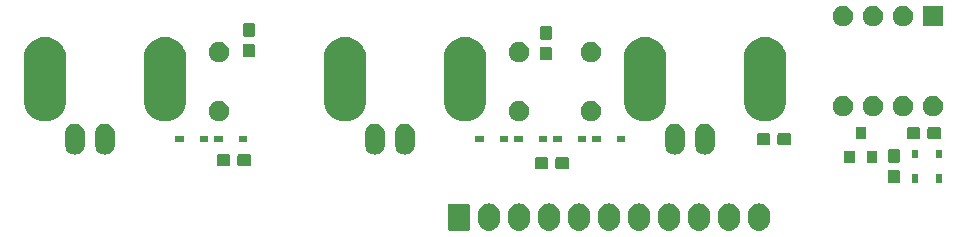
<source format=gbr>
G04 #@! TF.GenerationSoftware,KiCad,Pcbnew,5.1.5+dfsg1-2build2*
G04 #@! TF.CreationDate,2021-08-15T19:23:22-05:00*
G04 #@! TF.ProjectId,interlogix-rgb-mod,696e7465-726c-46f6-9769-782d7267622d,rev?*
G04 #@! TF.SameCoordinates,Original*
G04 #@! TF.FileFunction,Soldermask,Bot*
G04 #@! TF.FilePolarity,Negative*
%FSLAX46Y46*%
G04 Gerber Fmt 4.6, Leading zero omitted, Abs format (unit mm)*
G04 Created by KiCad (PCBNEW 5.1.5+dfsg1-2build2) date 2021-08-15 19:23:22*
%MOMM*%
%LPD*%
G04 APERTURE LIST*
%ADD10C,0.100000*%
G04 APERTURE END LIST*
D10*
G36*
X91620547Y-81158326D02*
G01*
X91794156Y-81210990D01*
X91794158Y-81210991D01*
X91954155Y-81296511D01*
X92094397Y-81411603D01*
X92173729Y-81508271D01*
X92209489Y-81551844D01*
X92295010Y-81711843D01*
X92347674Y-81885452D01*
X92361000Y-82020756D01*
X92361000Y-82571243D01*
X92347674Y-82706548D01*
X92295010Y-82880157D01*
X92209489Y-83040156D01*
X92173729Y-83083729D01*
X92094397Y-83180397D01*
X91997729Y-83259729D01*
X91954156Y-83295489D01*
X91794157Y-83381010D01*
X91620548Y-83433674D01*
X91440000Y-83451456D01*
X91259453Y-83433674D01*
X91085844Y-83381010D01*
X90925845Y-83295489D01*
X90882272Y-83259729D01*
X90785604Y-83180397D01*
X90670513Y-83040157D01*
X90670512Y-83040155D01*
X90584990Y-82880157D01*
X90532326Y-82706548D01*
X90519000Y-82571244D01*
X90519000Y-82020757D01*
X90532326Y-81885453D01*
X90584990Y-81711844D01*
X90670511Y-81551845D01*
X90670512Y-81551844D01*
X90785603Y-81411603D01*
X90911388Y-81308375D01*
X90925844Y-81296511D01*
X91085843Y-81210990D01*
X91259452Y-81158326D01*
X91440000Y-81140544D01*
X91620547Y-81158326D01*
G37*
G36*
X89080547Y-81158326D02*
G01*
X89254156Y-81210990D01*
X89254158Y-81210991D01*
X89414155Y-81296511D01*
X89554397Y-81411603D01*
X89633729Y-81508271D01*
X89669489Y-81551844D01*
X89755010Y-81711843D01*
X89807674Y-81885452D01*
X89821000Y-82020756D01*
X89821000Y-82571243D01*
X89807674Y-82706548D01*
X89755010Y-82880157D01*
X89669489Y-83040156D01*
X89633729Y-83083729D01*
X89554397Y-83180397D01*
X89457729Y-83259729D01*
X89414156Y-83295489D01*
X89254157Y-83381010D01*
X89080548Y-83433674D01*
X88900000Y-83451456D01*
X88719453Y-83433674D01*
X88545844Y-83381010D01*
X88385845Y-83295489D01*
X88342272Y-83259729D01*
X88245604Y-83180397D01*
X88130513Y-83040157D01*
X88130512Y-83040155D01*
X88044990Y-82880157D01*
X87992326Y-82706548D01*
X87979000Y-82571244D01*
X87979000Y-82020757D01*
X87992326Y-81885453D01*
X88044990Y-81711844D01*
X88130511Y-81551845D01*
X88130512Y-81551844D01*
X88245603Y-81411603D01*
X88371388Y-81308375D01*
X88385844Y-81296511D01*
X88545843Y-81210990D01*
X88719452Y-81158326D01*
X88900000Y-81140544D01*
X89080547Y-81158326D01*
G37*
G36*
X94160547Y-81158326D02*
G01*
X94334156Y-81210990D01*
X94334158Y-81210991D01*
X94494155Y-81296511D01*
X94634397Y-81411603D01*
X94713729Y-81508271D01*
X94749489Y-81551844D01*
X94835010Y-81711843D01*
X94887674Y-81885452D01*
X94901000Y-82020756D01*
X94901000Y-82571243D01*
X94887674Y-82706548D01*
X94835010Y-82880157D01*
X94749489Y-83040156D01*
X94713729Y-83083729D01*
X94634397Y-83180397D01*
X94537729Y-83259729D01*
X94494156Y-83295489D01*
X94334157Y-83381010D01*
X94160548Y-83433674D01*
X93980000Y-83451456D01*
X93799453Y-83433674D01*
X93625844Y-83381010D01*
X93465845Y-83295489D01*
X93422272Y-83259729D01*
X93325604Y-83180397D01*
X93210513Y-83040157D01*
X93210512Y-83040155D01*
X93124990Y-82880157D01*
X93072326Y-82706548D01*
X93059000Y-82571244D01*
X93059000Y-82020757D01*
X93072326Y-81885453D01*
X93124990Y-81711844D01*
X93210511Y-81551845D01*
X93210512Y-81551844D01*
X93325603Y-81411603D01*
X93451388Y-81308375D01*
X93465844Y-81296511D01*
X93625843Y-81210990D01*
X93799452Y-81158326D01*
X93980000Y-81140544D01*
X94160547Y-81158326D01*
G37*
G36*
X96700547Y-81158326D02*
G01*
X96874156Y-81210990D01*
X96874158Y-81210991D01*
X97034155Y-81296511D01*
X97174397Y-81411603D01*
X97253729Y-81508271D01*
X97289489Y-81551844D01*
X97375010Y-81711843D01*
X97427674Y-81885452D01*
X97441000Y-82020756D01*
X97441000Y-82571243D01*
X97427674Y-82706548D01*
X97375010Y-82880157D01*
X97289489Y-83040156D01*
X97253729Y-83083729D01*
X97174397Y-83180397D01*
X97077729Y-83259729D01*
X97034156Y-83295489D01*
X96874157Y-83381010D01*
X96700548Y-83433674D01*
X96520000Y-83451456D01*
X96339453Y-83433674D01*
X96165844Y-83381010D01*
X96005845Y-83295489D01*
X95962272Y-83259729D01*
X95865604Y-83180397D01*
X95750513Y-83040157D01*
X95750512Y-83040155D01*
X95664990Y-82880157D01*
X95612326Y-82706548D01*
X95599000Y-82571244D01*
X95599000Y-82020757D01*
X95612326Y-81885453D01*
X95664990Y-81711844D01*
X95750511Y-81551845D01*
X95750512Y-81551844D01*
X95865603Y-81411603D01*
X95991388Y-81308375D01*
X96005844Y-81296511D01*
X96165843Y-81210990D01*
X96339452Y-81158326D01*
X96520000Y-81140544D01*
X96700547Y-81158326D01*
G37*
G36*
X99240547Y-81158326D02*
G01*
X99414156Y-81210990D01*
X99414158Y-81210991D01*
X99574155Y-81296511D01*
X99714397Y-81411603D01*
X99793729Y-81508271D01*
X99829489Y-81551844D01*
X99915010Y-81711843D01*
X99967674Y-81885452D01*
X99981000Y-82020756D01*
X99981000Y-82571243D01*
X99967674Y-82706548D01*
X99915010Y-82880157D01*
X99829489Y-83040156D01*
X99793729Y-83083729D01*
X99714397Y-83180397D01*
X99617729Y-83259729D01*
X99574156Y-83295489D01*
X99414157Y-83381010D01*
X99240548Y-83433674D01*
X99060000Y-83451456D01*
X98879453Y-83433674D01*
X98705844Y-83381010D01*
X98545845Y-83295489D01*
X98502272Y-83259729D01*
X98405604Y-83180397D01*
X98290513Y-83040157D01*
X98290512Y-83040155D01*
X98204990Y-82880157D01*
X98152326Y-82706548D01*
X98139000Y-82571244D01*
X98139000Y-82020757D01*
X98152326Y-81885453D01*
X98204990Y-81711844D01*
X98290511Y-81551845D01*
X98290512Y-81551844D01*
X98405603Y-81411603D01*
X98531388Y-81308375D01*
X98545844Y-81296511D01*
X98705843Y-81210990D01*
X98879452Y-81158326D01*
X99060000Y-81140544D01*
X99240547Y-81158326D01*
G37*
G36*
X101780547Y-81158326D02*
G01*
X101954156Y-81210990D01*
X101954158Y-81210991D01*
X102114155Y-81296511D01*
X102254397Y-81411603D01*
X102333729Y-81508271D01*
X102369489Y-81551844D01*
X102455010Y-81711843D01*
X102507674Y-81885452D01*
X102521000Y-82020756D01*
X102521000Y-82571243D01*
X102507674Y-82706548D01*
X102455010Y-82880157D01*
X102369489Y-83040156D01*
X102333729Y-83083729D01*
X102254397Y-83180397D01*
X102157729Y-83259729D01*
X102114156Y-83295489D01*
X101954157Y-83381010D01*
X101780548Y-83433674D01*
X101600000Y-83451456D01*
X101419453Y-83433674D01*
X101245844Y-83381010D01*
X101085845Y-83295489D01*
X101042272Y-83259729D01*
X100945604Y-83180397D01*
X100830513Y-83040157D01*
X100830512Y-83040155D01*
X100744990Y-82880157D01*
X100692326Y-82706548D01*
X100679000Y-82571244D01*
X100679000Y-82020757D01*
X100692326Y-81885453D01*
X100744990Y-81711844D01*
X100830511Y-81551845D01*
X100830512Y-81551844D01*
X100945603Y-81411603D01*
X101071388Y-81308375D01*
X101085844Y-81296511D01*
X101245843Y-81210990D01*
X101419452Y-81158326D01*
X101600000Y-81140544D01*
X101780547Y-81158326D01*
G37*
G36*
X104320547Y-81158326D02*
G01*
X104494156Y-81210990D01*
X104494158Y-81210991D01*
X104654155Y-81296511D01*
X104794397Y-81411603D01*
X104873729Y-81508271D01*
X104909489Y-81551844D01*
X104995010Y-81711843D01*
X105047674Y-81885452D01*
X105061000Y-82020756D01*
X105061000Y-82571243D01*
X105047674Y-82706548D01*
X104995010Y-82880157D01*
X104909489Y-83040156D01*
X104873729Y-83083729D01*
X104794397Y-83180397D01*
X104697729Y-83259729D01*
X104654156Y-83295489D01*
X104494157Y-83381010D01*
X104320548Y-83433674D01*
X104140000Y-83451456D01*
X103959453Y-83433674D01*
X103785844Y-83381010D01*
X103625845Y-83295489D01*
X103582272Y-83259729D01*
X103485604Y-83180397D01*
X103370513Y-83040157D01*
X103370512Y-83040155D01*
X103284990Y-82880157D01*
X103232326Y-82706548D01*
X103219000Y-82571244D01*
X103219000Y-82020757D01*
X103232326Y-81885453D01*
X103284990Y-81711844D01*
X103370511Y-81551845D01*
X103370512Y-81551844D01*
X103485603Y-81411603D01*
X103611388Y-81308375D01*
X103625844Y-81296511D01*
X103785843Y-81210990D01*
X103959452Y-81158326D01*
X104140000Y-81140544D01*
X104320547Y-81158326D01*
G37*
G36*
X106860547Y-81158326D02*
G01*
X107034156Y-81210990D01*
X107034158Y-81210991D01*
X107194155Y-81296511D01*
X107334397Y-81411603D01*
X107413729Y-81508271D01*
X107449489Y-81551844D01*
X107535010Y-81711843D01*
X107587674Y-81885452D01*
X107601000Y-82020756D01*
X107601000Y-82571243D01*
X107587674Y-82706548D01*
X107535010Y-82880157D01*
X107449489Y-83040156D01*
X107413729Y-83083729D01*
X107334397Y-83180397D01*
X107237729Y-83259729D01*
X107194156Y-83295489D01*
X107034157Y-83381010D01*
X106860548Y-83433674D01*
X106680000Y-83451456D01*
X106499453Y-83433674D01*
X106325844Y-83381010D01*
X106165845Y-83295489D01*
X106122272Y-83259729D01*
X106025604Y-83180397D01*
X105910513Y-83040157D01*
X105910512Y-83040155D01*
X105824990Y-82880157D01*
X105772326Y-82706548D01*
X105759000Y-82571244D01*
X105759000Y-82020757D01*
X105772326Y-81885453D01*
X105824990Y-81711844D01*
X105910511Y-81551845D01*
X105910512Y-81551844D01*
X106025603Y-81411603D01*
X106151388Y-81308375D01*
X106165844Y-81296511D01*
X106325843Y-81210990D01*
X106499452Y-81158326D01*
X106680000Y-81140544D01*
X106860547Y-81158326D01*
G37*
G36*
X109400547Y-81158326D02*
G01*
X109574156Y-81210990D01*
X109574158Y-81210991D01*
X109734155Y-81296511D01*
X109874397Y-81411603D01*
X109953729Y-81508271D01*
X109989489Y-81551844D01*
X110075010Y-81711843D01*
X110127674Y-81885452D01*
X110141000Y-82020756D01*
X110141000Y-82571243D01*
X110127674Y-82706548D01*
X110075010Y-82880157D01*
X109989489Y-83040156D01*
X109953729Y-83083729D01*
X109874397Y-83180397D01*
X109777729Y-83259729D01*
X109734156Y-83295489D01*
X109574157Y-83381010D01*
X109400548Y-83433674D01*
X109220000Y-83451456D01*
X109039453Y-83433674D01*
X108865844Y-83381010D01*
X108705845Y-83295489D01*
X108662272Y-83259729D01*
X108565604Y-83180397D01*
X108450513Y-83040157D01*
X108450512Y-83040155D01*
X108364990Y-82880157D01*
X108312326Y-82706548D01*
X108299000Y-82571244D01*
X108299000Y-82020757D01*
X108312326Y-81885453D01*
X108364990Y-81711844D01*
X108450511Y-81551845D01*
X108450512Y-81551844D01*
X108565603Y-81411603D01*
X108691388Y-81308375D01*
X108705844Y-81296511D01*
X108865843Y-81210990D01*
X109039452Y-81158326D01*
X109220000Y-81140544D01*
X109400547Y-81158326D01*
G37*
G36*
X86540547Y-81158326D02*
G01*
X86714156Y-81210990D01*
X86714158Y-81210991D01*
X86874155Y-81296511D01*
X87014397Y-81411603D01*
X87093729Y-81508271D01*
X87129489Y-81551844D01*
X87215010Y-81711843D01*
X87267674Y-81885452D01*
X87281000Y-82020756D01*
X87281000Y-82571243D01*
X87267674Y-82706548D01*
X87215010Y-82880157D01*
X87129489Y-83040156D01*
X87093729Y-83083729D01*
X87014397Y-83180397D01*
X86917729Y-83259729D01*
X86874156Y-83295489D01*
X86714157Y-83381010D01*
X86540548Y-83433674D01*
X86360000Y-83451456D01*
X86179453Y-83433674D01*
X86005844Y-83381010D01*
X85845845Y-83295489D01*
X85802272Y-83259729D01*
X85705604Y-83180397D01*
X85590513Y-83040157D01*
X85590512Y-83040155D01*
X85504990Y-82880157D01*
X85452326Y-82706548D01*
X85439000Y-82571244D01*
X85439000Y-82020757D01*
X85452326Y-81885453D01*
X85504990Y-81711844D01*
X85590511Y-81551845D01*
X85590512Y-81551844D01*
X85705603Y-81411603D01*
X85831388Y-81308375D01*
X85845844Y-81296511D01*
X86005843Y-81210990D01*
X86179452Y-81158326D01*
X86360000Y-81140544D01*
X86540547Y-81158326D01*
G37*
G36*
X84599561Y-81148966D02*
G01*
X84632383Y-81158923D01*
X84662632Y-81175092D01*
X84689148Y-81196852D01*
X84710908Y-81223368D01*
X84727077Y-81253617D01*
X84737034Y-81286439D01*
X84741000Y-81326713D01*
X84741000Y-83265287D01*
X84737034Y-83305561D01*
X84727077Y-83338383D01*
X84710908Y-83368632D01*
X84689148Y-83395148D01*
X84662632Y-83416908D01*
X84632383Y-83433077D01*
X84599561Y-83443034D01*
X84559287Y-83447000D01*
X83080713Y-83447000D01*
X83040439Y-83443034D01*
X83007617Y-83433077D01*
X82977368Y-83416908D01*
X82950852Y-83395148D01*
X82929092Y-83368632D01*
X82912923Y-83338383D01*
X82902966Y-83305561D01*
X82899000Y-83265287D01*
X82899000Y-81326713D01*
X82902966Y-81286439D01*
X82912923Y-81253617D01*
X82929092Y-81223368D01*
X82950852Y-81196852D01*
X82977368Y-81175092D01*
X83007617Y-81158923D01*
X83040439Y-81148966D01*
X83080713Y-81145000D01*
X84559287Y-81145000D01*
X84599561Y-81148966D01*
G37*
G36*
X121014499Y-78281445D02*
G01*
X121051995Y-78292820D01*
X121086554Y-78311292D01*
X121116847Y-78336153D01*
X121141708Y-78366446D01*
X121160180Y-78401005D01*
X121171555Y-78438501D01*
X121176000Y-78483638D01*
X121176000Y-79222362D01*
X121171555Y-79267499D01*
X121160180Y-79304995D01*
X121141708Y-79339554D01*
X121116847Y-79369847D01*
X121086554Y-79394708D01*
X121051995Y-79413180D01*
X121014499Y-79424555D01*
X120969362Y-79429000D01*
X120330638Y-79429000D01*
X120285501Y-79424555D01*
X120248005Y-79413180D01*
X120213446Y-79394708D01*
X120183153Y-79369847D01*
X120158292Y-79339554D01*
X120139820Y-79304995D01*
X120128445Y-79267499D01*
X120124000Y-79222362D01*
X120124000Y-78483638D01*
X120128445Y-78438501D01*
X120139820Y-78401005D01*
X120158292Y-78366446D01*
X120183153Y-78336153D01*
X120213446Y-78311292D01*
X120248005Y-78292820D01*
X120285501Y-78281445D01*
X120330638Y-78277000D01*
X120969362Y-78277000D01*
X121014499Y-78281445D01*
G37*
G36*
X122704000Y-79379000D02*
G01*
X122152000Y-79379000D01*
X122152000Y-78677000D01*
X122704000Y-78677000D01*
X122704000Y-79379000D01*
G37*
G36*
X124736000Y-79379000D02*
G01*
X124184000Y-79379000D01*
X124184000Y-78677000D01*
X124736000Y-78677000D01*
X124736000Y-79379000D01*
G37*
G36*
X91233499Y-77202445D02*
G01*
X91270995Y-77213820D01*
X91305554Y-77232292D01*
X91335847Y-77257153D01*
X91360708Y-77287446D01*
X91379180Y-77322005D01*
X91390555Y-77359501D01*
X91395000Y-77404638D01*
X91395000Y-78043362D01*
X91390555Y-78088499D01*
X91379180Y-78125995D01*
X91360708Y-78160554D01*
X91335847Y-78190847D01*
X91305554Y-78215708D01*
X91270995Y-78234180D01*
X91233499Y-78245555D01*
X91188362Y-78250000D01*
X90449638Y-78250000D01*
X90404501Y-78245555D01*
X90367005Y-78234180D01*
X90332446Y-78215708D01*
X90302153Y-78190847D01*
X90277292Y-78160554D01*
X90258820Y-78125995D01*
X90247445Y-78088499D01*
X90243000Y-78043362D01*
X90243000Y-77404638D01*
X90247445Y-77359501D01*
X90258820Y-77322005D01*
X90277292Y-77287446D01*
X90302153Y-77257153D01*
X90332446Y-77232292D01*
X90367005Y-77213820D01*
X90404501Y-77202445D01*
X90449638Y-77198000D01*
X91188362Y-77198000D01*
X91233499Y-77202445D01*
G37*
G36*
X92983499Y-77202445D02*
G01*
X93020995Y-77213820D01*
X93055554Y-77232292D01*
X93085847Y-77257153D01*
X93110708Y-77287446D01*
X93129180Y-77322005D01*
X93140555Y-77359501D01*
X93145000Y-77404638D01*
X93145000Y-78043362D01*
X93140555Y-78088499D01*
X93129180Y-78125995D01*
X93110708Y-78160554D01*
X93085847Y-78190847D01*
X93055554Y-78215708D01*
X93020995Y-78234180D01*
X92983499Y-78245555D01*
X92938362Y-78250000D01*
X92199638Y-78250000D01*
X92154501Y-78245555D01*
X92117005Y-78234180D01*
X92082446Y-78215708D01*
X92052153Y-78190847D01*
X92027292Y-78160554D01*
X92008820Y-78125995D01*
X91997445Y-78088499D01*
X91993000Y-78043362D01*
X91993000Y-77404638D01*
X91997445Y-77359501D01*
X92008820Y-77322005D01*
X92027292Y-77287446D01*
X92052153Y-77257153D01*
X92082446Y-77232292D01*
X92117005Y-77213820D01*
X92154501Y-77202445D01*
X92199638Y-77198000D01*
X92938362Y-77198000D01*
X92983499Y-77202445D01*
G37*
G36*
X64309499Y-76948445D02*
G01*
X64346995Y-76959820D01*
X64381554Y-76978292D01*
X64411847Y-77003153D01*
X64436708Y-77033446D01*
X64455180Y-77068005D01*
X64466555Y-77105501D01*
X64471000Y-77150638D01*
X64471000Y-77789362D01*
X64466555Y-77834499D01*
X64455180Y-77871995D01*
X64436708Y-77906554D01*
X64411847Y-77936847D01*
X64381554Y-77961708D01*
X64346995Y-77980180D01*
X64309499Y-77991555D01*
X64264362Y-77996000D01*
X63525638Y-77996000D01*
X63480501Y-77991555D01*
X63443005Y-77980180D01*
X63408446Y-77961708D01*
X63378153Y-77936847D01*
X63353292Y-77906554D01*
X63334820Y-77871995D01*
X63323445Y-77834499D01*
X63319000Y-77789362D01*
X63319000Y-77150638D01*
X63323445Y-77105501D01*
X63334820Y-77068005D01*
X63353292Y-77033446D01*
X63378153Y-77003153D01*
X63408446Y-76978292D01*
X63443005Y-76959820D01*
X63480501Y-76948445D01*
X63525638Y-76944000D01*
X64264362Y-76944000D01*
X64309499Y-76948445D01*
G37*
G36*
X66059499Y-76948445D02*
G01*
X66096995Y-76959820D01*
X66131554Y-76978292D01*
X66161847Y-77003153D01*
X66186708Y-77033446D01*
X66205180Y-77068005D01*
X66216555Y-77105501D01*
X66221000Y-77150638D01*
X66221000Y-77789362D01*
X66216555Y-77834499D01*
X66205180Y-77871995D01*
X66186708Y-77906554D01*
X66161847Y-77936847D01*
X66131554Y-77961708D01*
X66096995Y-77980180D01*
X66059499Y-77991555D01*
X66014362Y-77996000D01*
X65275638Y-77996000D01*
X65230501Y-77991555D01*
X65193005Y-77980180D01*
X65158446Y-77961708D01*
X65128153Y-77936847D01*
X65103292Y-77906554D01*
X65084820Y-77871995D01*
X65073445Y-77834499D01*
X65069000Y-77789362D01*
X65069000Y-77150638D01*
X65073445Y-77105501D01*
X65084820Y-77068005D01*
X65103292Y-77033446D01*
X65128153Y-77003153D01*
X65158446Y-76978292D01*
X65193005Y-76959820D01*
X65230501Y-76948445D01*
X65275638Y-76944000D01*
X66014362Y-76944000D01*
X66059499Y-76948445D01*
G37*
G36*
X117357000Y-77701000D02*
G01*
X116455000Y-77701000D01*
X116455000Y-76699000D01*
X117357000Y-76699000D01*
X117357000Y-77701000D01*
G37*
G36*
X119257000Y-77701000D02*
G01*
X118355000Y-77701000D01*
X118355000Y-76699000D01*
X119257000Y-76699000D01*
X119257000Y-77701000D01*
G37*
G36*
X121014499Y-76531445D02*
G01*
X121051995Y-76542820D01*
X121086554Y-76561292D01*
X121116847Y-76586153D01*
X121141708Y-76616446D01*
X121160180Y-76651005D01*
X121171555Y-76688501D01*
X121176000Y-76733638D01*
X121176000Y-77472362D01*
X121171555Y-77517499D01*
X121160180Y-77554995D01*
X121141708Y-77589554D01*
X121116847Y-77619847D01*
X121086554Y-77644708D01*
X121051995Y-77663180D01*
X121014499Y-77674555D01*
X120969362Y-77679000D01*
X120330638Y-77679000D01*
X120285501Y-77674555D01*
X120248005Y-77663180D01*
X120213446Y-77644708D01*
X120183153Y-77619847D01*
X120158292Y-77589554D01*
X120139820Y-77554995D01*
X120128445Y-77517499D01*
X120124000Y-77472362D01*
X120124000Y-76733638D01*
X120128445Y-76688501D01*
X120139820Y-76651005D01*
X120158292Y-76616446D01*
X120183153Y-76586153D01*
X120213446Y-76561292D01*
X120248005Y-76542820D01*
X120285501Y-76531445D01*
X120330638Y-76527000D01*
X120969362Y-76527000D01*
X121014499Y-76531445D01*
G37*
G36*
X122704000Y-77279000D02*
G01*
X122152000Y-77279000D01*
X122152000Y-76577000D01*
X122704000Y-76577000D01*
X122704000Y-77279000D01*
G37*
G36*
X124736000Y-77279000D02*
G01*
X124184000Y-77279000D01*
X124184000Y-76577000D01*
X124736000Y-76577000D01*
X124736000Y-77279000D01*
G37*
G36*
X102274822Y-74403313D02*
G01*
X102435241Y-74451976D01*
X102583077Y-74530995D01*
X102712659Y-74637341D01*
X102819004Y-74766922D01*
X102819005Y-74766924D01*
X102898024Y-74914758D01*
X102946687Y-75075177D01*
X102959000Y-75200196D01*
X102959000Y-76183803D01*
X102946687Y-76308823D01*
X102898024Y-76469242D01*
X102840426Y-76577000D01*
X102819004Y-76617078D01*
X102712659Y-76746659D01*
X102583078Y-76853004D01*
X102583076Y-76853005D01*
X102435242Y-76932024D01*
X102274823Y-76980687D01*
X102108000Y-76997117D01*
X101941178Y-76980687D01*
X101780759Y-76932024D01*
X101632925Y-76853005D01*
X101632923Y-76853004D01*
X101503342Y-76746659D01*
X101396997Y-76617078D01*
X101375575Y-76577000D01*
X101317977Y-76469242D01*
X101269314Y-76308823D01*
X101257000Y-76183803D01*
X101257000Y-75200197D01*
X101269313Y-75075178D01*
X101317976Y-74914759D01*
X101396995Y-74766923D01*
X101503341Y-74637341D01*
X101632922Y-74530996D01*
X101648094Y-74522886D01*
X101780758Y-74451976D01*
X101941177Y-74403313D01*
X102108000Y-74386883D01*
X102274822Y-74403313D01*
G37*
G36*
X79414822Y-74403313D02*
G01*
X79575241Y-74451976D01*
X79723077Y-74530995D01*
X79852659Y-74637341D01*
X79959004Y-74766922D01*
X79959005Y-74766924D01*
X80038024Y-74914758D01*
X80086687Y-75075177D01*
X80099000Y-75200196D01*
X80099000Y-76183803D01*
X80086687Y-76308823D01*
X80038024Y-76469242D01*
X79980426Y-76577000D01*
X79959004Y-76617078D01*
X79852659Y-76746659D01*
X79723078Y-76853004D01*
X79723076Y-76853005D01*
X79575242Y-76932024D01*
X79414823Y-76980687D01*
X79248000Y-76997117D01*
X79081178Y-76980687D01*
X78920759Y-76932024D01*
X78772925Y-76853005D01*
X78772923Y-76853004D01*
X78643342Y-76746659D01*
X78536997Y-76617078D01*
X78515575Y-76577000D01*
X78457977Y-76469242D01*
X78409314Y-76308823D01*
X78397000Y-76183803D01*
X78397000Y-75200197D01*
X78409313Y-75075178D01*
X78457976Y-74914759D01*
X78536995Y-74766923D01*
X78643341Y-74637341D01*
X78772922Y-74530996D01*
X78788094Y-74522886D01*
X78920758Y-74451976D01*
X79081177Y-74403313D01*
X79248000Y-74386883D01*
X79414822Y-74403313D01*
G37*
G36*
X76874822Y-74403313D02*
G01*
X77035241Y-74451976D01*
X77183077Y-74530995D01*
X77312659Y-74637341D01*
X77419004Y-74766922D01*
X77419005Y-74766924D01*
X77498024Y-74914758D01*
X77546687Y-75075177D01*
X77559000Y-75200196D01*
X77559000Y-76183803D01*
X77546687Y-76308823D01*
X77498024Y-76469242D01*
X77440426Y-76577000D01*
X77419004Y-76617078D01*
X77312659Y-76746659D01*
X77183078Y-76853004D01*
X77183076Y-76853005D01*
X77035242Y-76932024D01*
X76874823Y-76980687D01*
X76708000Y-76997117D01*
X76541178Y-76980687D01*
X76380759Y-76932024D01*
X76232925Y-76853005D01*
X76232923Y-76853004D01*
X76103342Y-76746659D01*
X75996997Y-76617078D01*
X75975575Y-76577000D01*
X75917977Y-76469242D01*
X75869314Y-76308823D01*
X75857000Y-76183803D01*
X75857000Y-75200197D01*
X75869313Y-75075178D01*
X75917976Y-74914759D01*
X75996995Y-74766923D01*
X76103341Y-74637341D01*
X76232922Y-74530996D01*
X76248094Y-74522886D01*
X76380758Y-74451976D01*
X76541177Y-74403313D01*
X76708000Y-74386883D01*
X76874822Y-74403313D01*
G37*
G36*
X54014822Y-74403313D02*
G01*
X54175241Y-74451976D01*
X54323077Y-74530995D01*
X54452659Y-74637341D01*
X54559004Y-74766922D01*
X54559005Y-74766924D01*
X54638024Y-74914758D01*
X54686687Y-75075177D01*
X54699000Y-75200196D01*
X54699000Y-76183803D01*
X54686687Y-76308823D01*
X54638024Y-76469242D01*
X54580426Y-76577000D01*
X54559004Y-76617078D01*
X54452659Y-76746659D01*
X54323078Y-76853004D01*
X54323076Y-76853005D01*
X54175242Y-76932024D01*
X54014823Y-76980687D01*
X53848000Y-76997117D01*
X53681178Y-76980687D01*
X53520759Y-76932024D01*
X53372925Y-76853005D01*
X53372923Y-76853004D01*
X53243342Y-76746659D01*
X53136997Y-76617078D01*
X53115575Y-76577000D01*
X53057977Y-76469242D01*
X53009314Y-76308823D01*
X52997000Y-76183803D01*
X52997000Y-75200197D01*
X53009313Y-75075178D01*
X53057976Y-74914759D01*
X53136995Y-74766923D01*
X53243341Y-74637341D01*
X53372922Y-74530996D01*
X53388094Y-74522886D01*
X53520758Y-74451976D01*
X53681177Y-74403313D01*
X53848000Y-74386883D01*
X54014822Y-74403313D01*
G37*
G36*
X51474822Y-74403313D02*
G01*
X51635241Y-74451976D01*
X51783077Y-74530995D01*
X51912659Y-74637341D01*
X52019004Y-74766922D01*
X52019005Y-74766924D01*
X52098024Y-74914758D01*
X52146687Y-75075177D01*
X52159000Y-75200196D01*
X52159000Y-76183803D01*
X52146687Y-76308823D01*
X52098024Y-76469242D01*
X52040426Y-76577000D01*
X52019004Y-76617078D01*
X51912659Y-76746659D01*
X51783078Y-76853004D01*
X51783076Y-76853005D01*
X51635242Y-76932024D01*
X51474823Y-76980687D01*
X51308000Y-76997117D01*
X51141178Y-76980687D01*
X50980759Y-76932024D01*
X50832925Y-76853005D01*
X50832923Y-76853004D01*
X50703342Y-76746659D01*
X50596997Y-76617078D01*
X50575575Y-76577000D01*
X50517977Y-76469242D01*
X50469314Y-76308823D01*
X50457000Y-76183803D01*
X50457000Y-75200197D01*
X50469313Y-75075178D01*
X50517976Y-74914759D01*
X50596995Y-74766923D01*
X50703341Y-74637341D01*
X50832922Y-74530996D01*
X50848094Y-74522886D01*
X50980758Y-74451976D01*
X51141177Y-74403313D01*
X51308000Y-74386883D01*
X51474822Y-74403313D01*
G37*
G36*
X104814822Y-74403313D02*
G01*
X104975241Y-74451976D01*
X105123077Y-74530995D01*
X105252659Y-74637341D01*
X105359004Y-74766922D01*
X105359005Y-74766924D01*
X105438024Y-74914758D01*
X105486687Y-75075177D01*
X105499000Y-75200196D01*
X105499000Y-76183803D01*
X105486687Y-76308823D01*
X105438024Y-76469242D01*
X105380426Y-76577000D01*
X105359004Y-76617078D01*
X105252659Y-76746659D01*
X105123078Y-76853004D01*
X105123076Y-76853005D01*
X104975242Y-76932024D01*
X104814823Y-76980687D01*
X104648000Y-76997117D01*
X104481178Y-76980687D01*
X104320759Y-76932024D01*
X104172925Y-76853005D01*
X104172923Y-76853004D01*
X104043342Y-76746659D01*
X103936997Y-76617078D01*
X103915575Y-76577000D01*
X103857977Y-76469242D01*
X103809314Y-76308823D01*
X103797000Y-76183803D01*
X103797000Y-75200197D01*
X103809313Y-75075178D01*
X103857976Y-74914759D01*
X103936995Y-74766923D01*
X104043341Y-74637341D01*
X104172922Y-74530996D01*
X104188094Y-74522886D01*
X104320758Y-74451976D01*
X104481177Y-74403313D01*
X104648000Y-74386883D01*
X104814822Y-74403313D01*
G37*
G36*
X111779499Y-75170445D02*
G01*
X111816995Y-75181820D01*
X111851554Y-75200292D01*
X111881847Y-75225153D01*
X111906708Y-75255446D01*
X111925180Y-75290005D01*
X111936555Y-75327501D01*
X111941000Y-75372638D01*
X111941000Y-76011362D01*
X111936555Y-76056499D01*
X111925180Y-76093995D01*
X111906708Y-76128554D01*
X111881847Y-76158847D01*
X111851554Y-76183708D01*
X111816995Y-76202180D01*
X111779499Y-76213555D01*
X111734362Y-76218000D01*
X110995638Y-76218000D01*
X110950501Y-76213555D01*
X110913005Y-76202180D01*
X110878446Y-76183708D01*
X110848153Y-76158847D01*
X110823292Y-76128554D01*
X110804820Y-76093995D01*
X110793445Y-76056499D01*
X110789000Y-76011362D01*
X110789000Y-75372638D01*
X110793445Y-75327501D01*
X110804820Y-75290005D01*
X110823292Y-75255446D01*
X110848153Y-75225153D01*
X110878446Y-75200292D01*
X110913005Y-75181820D01*
X110950501Y-75170445D01*
X110995638Y-75166000D01*
X111734362Y-75166000D01*
X111779499Y-75170445D01*
G37*
G36*
X110029499Y-75170445D02*
G01*
X110066995Y-75181820D01*
X110101554Y-75200292D01*
X110131847Y-75225153D01*
X110156708Y-75255446D01*
X110175180Y-75290005D01*
X110186555Y-75327501D01*
X110191000Y-75372638D01*
X110191000Y-76011362D01*
X110186555Y-76056499D01*
X110175180Y-76093995D01*
X110156708Y-76128554D01*
X110131847Y-76158847D01*
X110101554Y-76183708D01*
X110066995Y-76202180D01*
X110029499Y-76213555D01*
X109984362Y-76218000D01*
X109245638Y-76218000D01*
X109200501Y-76213555D01*
X109163005Y-76202180D01*
X109128446Y-76183708D01*
X109098153Y-76158847D01*
X109073292Y-76128554D01*
X109054820Y-76093995D01*
X109043445Y-76056499D01*
X109039000Y-76011362D01*
X109039000Y-75372638D01*
X109043445Y-75327501D01*
X109054820Y-75290005D01*
X109073292Y-75255446D01*
X109098153Y-75225153D01*
X109128446Y-75200292D01*
X109163005Y-75181820D01*
X109200501Y-75170445D01*
X109245638Y-75166000D01*
X109984362Y-75166000D01*
X110029499Y-75170445D01*
G37*
G36*
X88015000Y-75968000D02*
G01*
X87313000Y-75968000D01*
X87313000Y-75416000D01*
X88015000Y-75416000D01*
X88015000Y-75968000D01*
G37*
G36*
X89217000Y-75968000D02*
G01*
X88515000Y-75968000D01*
X88515000Y-75416000D01*
X89217000Y-75416000D01*
X89217000Y-75968000D01*
G37*
G36*
X91317000Y-75968000D02*
G01*
X90615000Y-75968000D01*
X90615000Y-75416000D01*
X91317000Y-75416000D01*
X91317000Y-75968000D01*
G37*
G36*
X92519000Y-75968000D02*
G01*
X91817000Y-75968000D01*
X91817000Y-75416000D01*
X92519000Y-75416000D01*
X92519000Y-75968000D01*
G37*
G36*
X94619000Y-75968000D02*
G01*
X93917000Y-75968000D01*
X93917000Y-75416000D01*
X94619000Y-75416000D01*
X94619000Y-75968000D01*
G37*
G36*
X85915000Y-75968000D02*
G01*
X85213000Y-75968000D01*
X85213000Y-75416000D01*
X85915000Y-75416000D01*
X85915000Y-75968000D01*
G37*
G36*
X60515000Y-75968000D02*
G01*
X59813000Y-75968000D01*
X59813000Y-75416000D01*
X60515000Y-75416000D01*
X60515000Y-75968000D01*
G37*
G36*
X97921000Y-75968000D02*
G01*
X97219000Y-75968000D01*
X97219000Y-75416000D01*
X97921000Y-75416000D01*
X97921000Y-75968000D01*
G37*
G36*
X95821000Y-75968000D02*
G01*
X95119000Y-75968000D01*
X95119000Y-75416000D01*
X95821000Y-75416000D01*
X95821000Y-75968000D01*
G37*
G36*
X63817000Y-75968000D02*
G01*
X63115000Y-75968000D01*
X63115000Y-75416000D01*
X63817000Y-75416000D01*
X63817000Y-75968000D01*
G37*
G36*
X62615000Y-75968000D02*
G01*
X61913000Y-75968000D01*
X61913000Y-75416000D01*
X62615000Y-75416000D01*
X62615000Y-75968000D01*
G37*
G36*
X65917000Y-75968000D02*
G01*
X65215000Y-75968000D01*
X65215000Y-75416000D01*
X65917000Y-75416000D01*
X65917000Y-75968000D01*
G37*
G36*
X122729499Y-74662445D02*
G01*
X122766995Y-74673820D01*
X122801554Y-74692292D01*
X122831847Y-74717153D01*
X122856708Y-74747446D01*
X122875180Y-74782005D01*
X122886555Y-74819501D01*
X122891000Y-74864638D01*
X122891000Y-75503362D01*
X122886555Y-75548499D01*
X122875180Y-75585995D01*
X122856708Y-75620554D01*
X122831847Y-75650847D01*
X122801554Y-75675708D01*
X122766995Y-75694180D01*
X122729499Y-75705555D01*
X122684362Y-75710000D01*
X121945638Y-75710000D01*
X121900501Y-75705555D01*
X121863005Y-75694180D01*
X121828446Y-75675708D01*
X121798153Y-75650847D01*
X121773292Y-75620554D01*
X121754820Y-75585995D01*
X121743445Y-75548499D01*
X121739000Y-75503362D01*
X121739000Y-74864638D01*
X121743445Y-74819501D01*
X121754820Y-74782005D01*
X121773292Y-74747446D01*
X121798153Y-74717153D01*
X121828446Y-74692292D01*
X121863005Y-74673820D01*
X121900501Y-74662445D01*
X121945638Y-74658000D01*
X122684362Y-74658000D01*
X122729499Y-74662445D01*
G37*
G36*
X124479499Y-74662445D02*
G01*
X124516995Y-74673820D01*
X124551554Y-74692292D01*
X124581847Y-74717153D01*
X124606708Y-74747446D01*
X124625180Y-74782005D01*
X124636555Y-74819501D01*
X124641000Y-74864638D01*
X124641000Y-75503362D01*
X124636555Y-75548499D01*
X124625180Y-75585995D01*
X124606708Y-75620554D01*
X124581847Y-75650847D01*
X124551554Y-75675708D01*
X124516995Y-75694180D01*
X124479499Y-75705555D01*
X124434362Y-75710000D01*
X123695638Y-75710000D01*
X123650501Y-75705555D01*
X123613005Y-75694180D01*
X123578446Y-75675708D01*
X123548153Y-75650847D01*
X123523292Y-75620554D01*
X123504820Y-75585995D01*
X123493445Y-75548499D01*
X123489000Y-75503362D01*
X123489000Y-74864638D01*
X123493445Y-74819501D01*
X123504820Y-74782005D01*
X123523292Y-74747446D01*
X123548153Y-74717153D01*
X123578446Y-74692292D01*
X123613005Y-74673820D01*
X123650501Y-74662445D01*
X123695638Y-74658000D01*
X124434362Y-74658000D01*
X124479499Y-74662445D01*
G37*
G36*
X118307000Y-75701000D02*
G01*
X117405000Y-75701000D01*
X117405000Y-74699000D01*
X118307000Y-74699000D01*
X118307000Y-75701000D01*
G37*
G36*
X63748228Y-72507703D02*
G01*
X63903100Y-72571853D01*
X64042481Y-72664985D01*
X64161015Y-72783519D01*
X64254147Y-72922900D01*
X64318297Y-73077772D01*
X64351000Y-73242184D01*
X64351000Y-73409816D01*
X64318297Y-73574228D01*
X64254147Y-73729100D01*
X64161015Y-73868481D01*
X64042481Y-73987015D01*
X63903100Y-74080147D01*
X63748228Y-74144297D01*
X63583816Y-74177000D01*
X63416184Y-74177000D01*
X63251772Y-74144297D01*
X63096900Y-74080147D01*
X62957519Y-73987015D01*
X62838985Y-73868481D01*
X62745853Y-73729100D01*
X62681703Y-73574228D01*
X62649000Y-73409816D01*
X62649000Y-73242184D01*
X62681703Y-73077772D01*
X62745853Y-72922900D01*
X62838985Y-72783519D01*
X62957519Y-72664985D01*
X63096900Y-72571853D01*
X63251772Y-72507703D01*
X63416184Y-72475000D01*
X63583816Y-72475000D01*
X63748228Y-72507703D01*
G37*
G36*
X89148228Y-72507703D02*
G01*
X89303100Y-72571853D01*
X89442481Y-72664985D01*
X89561015Y-72783519D01*
X89654147Y-72922900D01*
X89718297Y-73077772D01*
X89751000Y-73242184D01*
X89751000Y-73409816D01*
X89718297Y-73574228D01*
X89654147Y-73729100D01*
X89561015Y-73868481D01*
X89442481Y-73987015D01*
X89303100Y-74080147D01*
X89148228Y-74144297D01*
X88983816Y-74177000D01*
X88816184Y-74177000D01*
X88651772Y-74144297D01*
X88496900Y-74080147D01*
X88357519Y-73987015D01*
X88238985Y-73868481D01*
X88145853Y-73729100D01*
X88081703Y-73574228D01*
X88049000Y-73409816D01*
X88049000Y-73242184D01*
X88081703Y-73077772D01*
X88145853Y-72922900D01*
X88238985Y-72783519D01*
X88357519Y-72664985D01*
X88496900Y-72571853D01*
X88651772Y-72507703D01*
X88816184Y-72475000D01*
X88983816Y-72475000D01*
X89148228Y-72507703D01*
G37*
G36*
X95244228Y-72507703D02*
G01*
X95399100Y-72571853D01*
X95538481Y-72664985D01*
X95657015Y-72783519D01*
X95750147Y-72922900D01*
X95814297Y-73077772D01*
X95847000Y-73242184D01*
X95847000Y-73409816D01*
X95814297Y-73574228D01*
X95750147Y-73729100D01*
X95657015Y-73868481D01*
X95538481Y-73987015D01*
X95399100Y-74080147D01*
X95244228Y-74144297D01*
X95079816Y-74177000D01*
X94912184Y-74177000D01*
X94747772Y-74144297D01*
X94592900Y-74080147D01*
X94453519Y-73987015D01*
X94334985Y-73868481D01*
X94241853Y-73729100D01*
X94177703Y-73574228D01*
X94145000Y-73409816D01*
X94145000Y-73242184D01*
X94177703Y-73077772D01*
X94241853Y-72922900D01*
X94334985Y-72783519D01*
X94453519Y-72664985D01*
X94592900Y-72571853D01*
X94747772Y-72507703D01*
X94912184Y-72475000D01*
X95079816Y-72475000D01*
X95244228Y-72507703D01*
G37*
G36*
X49121057Y-67087059D02*
G01*
X49460547Y-67190042D01*
X49460549Y-67190043D01*
X49773423Y-67357277D01*
X50047661Y-67582339D01*
X50272723Y-67856578D01*
X50338632Y-67979885D01*
X50439958Y-68169452D01*
X50542941Y-68508942D01*
X50569000Y-68773525D01*
X50569000Y-72450475D01*
X50542941Y-72715058D01*
X50479892Y-72922903D01*
X50439957Y-73054550D01*
X50272723Y-73367422D01*
X50047661Y-73641661D01*
X49773422Y-73866723D01*
X49548372Y-73987015D01*
X49460548Y-74033958D01*
X49121058Y-74136941D01*
X48768000Y-74171714D01*
X48414943Y-74136941D01*
X48075453Y-74033958D01*
X47987629Y-73987015D01*
X47762579Y-73866723D01*
X47488340Y-73641661D01*
X47263278Y-73367422D01*
X47096044Y-73054550D01*
X47056109Y-72922903D01*
X46993060Y-72715058D01*
X46967001Y-72450475D01*
X46967000Y-68773526D01*
X46993059Y-68508943D01*
X47096042Y-68169453D01*
X47119268Y-68126000D01*
X47263277Y-67856577D01*
X47488339Y-67582339D01*
X47762578Y-67357277D01*
X48075450Y-67190043D01*
X48075452Y-67190042D01*
X48414942Y-67087059D01*
X48768000Y-67052286D01*
X49121057Y-67087059D01*
G37*
G36*
X59281057Y-67087059D02*
G01*
X59620547Y-67190042D01*
X59620549Y-67190043D01*
X59933423Y-67357277D01*
X60207661Y-67582339D01*
X60432723Y-67856578D01*
X60498632Y-67979885D01*
X60599958Y-68169452D01*
X60702941Y-68508942D01*
X60729000Y-68773525D01*
X60729000Y-72450475D01*
X60702941Y-72715058D01*
X60639892Y-72922903D01*
X60599957Y-73054550D01*
X60432723Y-73367422D01*
X60207661Y-73641661D01*
X59933422Y-73866723D01*
X59708372Y-73987015D01*
X59620548Y-74033958D01*
X59281058Y-74136941D01*
X58928000Y-74171714D01*
X58574943Y-74136941D01*
X58235453Y-74033958D01*
X58147629Y-73987015D01*
X57922579Y-73866723D01*
X57648340Y-73641661D01*
X57423278Y-73367422D01*
X57256044Y-73054550D01*
X57216109Y-72922903D01*
X57153060Y-72715058D01*
X57127001Y-72450475D01*
X57127000Y-68773526D01*
X57153059Y-68508943D01*
X57256042Y-68169453D01*
X57279268Y-68126000D01*
X57423277Y-67856577D01*
X57648339Y-67582339D01*
X57922578Y-67357277D01*
X58235450Y-67190043D01*
X58235452Y-67190042D01*
X58574942Y-67087059D01*
X58928000Y-67052286D01*
X59281057Y-67087059D01*
G37*
G36*
X84681057Y-67087059D02*
G01*
X85020547Y-67190042D01*
X85020549Y-67190043D01*
X85333423Y-67357277D01*
X85607661Y-67582339D01*
X85832723Y-67856578D01*
X85898632Y-67979885D01*
X85999958Y-68169452D01*
X86102941Y-68508942D01*
X86129000Y-68773525D01*
X86129000Y-72450475D01*
X86102941Y-72715058D01*
X86039892Y-72922903D01*
X85999957Y-73054550D01*
X85832723Y-73367422D01*
X85607661Y-73641661D01*
X85333422Y-73866723D01*
X85108372Y-73987015D01*
X85020548Y-74033958D01*
X84681058Y-74136941D01*
X84328000Y-74171714D01*
X83974943Y-74136941D01*
X83635453Y-74033958D01*
X83547629Y-73987015D01*
X83322579Y-73866723D01*
X83048340Y-73641661D01*
X82823278Y-73367422D01*
X82656044Y-73054550D01*
X82616109Y-72922903D01*
X82553060Y-72715058D01*
X82527001Y-72450475D01*
X82527000Y-68773526D01*
X82553059Y-68508943D01*
X82656042Y-68169453D01*
X82679268Y-68126000D01*
X82823277Y-67856577D01*
X83048339Y-67582339D01*
X83322578Y-67357277D01*
X83635450Y-67190043D01*
X83635452Y-67190042D01*
X83974942Y-67087059D01*
X84328000Y-67052286D01*
X84681057Y-67087059D01*
G37*
G36*
X99921057Y-67087059D02*
G01*
X100260547Y-67190042D01*
X100260549Y-67190043D01*
X100573423Y-67357277D01*
X100847661Y-67582339D01*
X101072723Y-67856578D01*
X101138632Y-67979885D01*
X101239958Y-68169452D01*
X101342941Y-68508942D01*
X101369000Y-68773525D01*
X101369000Y-72450475D01*
X101342941Y-72715058D01*
X101279892Y-72922903D01*
X101239957Y-73054550D01*
X101072723Y-73367422D01*
X100847661Y-73641661D01*
X100573422Y-73866723D01*
X100348372Y-73987015D01*
X100260548Y-74033958D01*
X99921058Y-74136941D01*
X99568000Y-74171714D01*
X99214943Y-74136941D01*
X98875453Y-74033958D01*
X98787629Y-73987015D01*
X98562579Y-73866723D01*
X98288340Y-73641661D01*
X98063278Y-73367422D01*
X97896044Y-73054550D01*
X97856109Y-72922903D01*
X97793060Y-72715058D01*
X97767001Y-72450475D01*
X97767000Y-68773526D01*
X97793059Y-68508943D01*
X97896042Y-68169453D01*
X97919268Y-68126000D01*
X98063277Y-67856577D01*
X98288339Y-67582339D01*
X98562578Y-67357277D01*
X98875450Y-67190043D01*
X98875452Y-67190042D01*
X99214942Y-67087059D01*
X99568000Y-67052286D01*
X99921057Y-67087059D01*
G37*
G36*
X74521057Y-67087059D02*
G01*
X74860547Y-67190042D01*
X74860549Y-67190043D01*
X75173423Y-67357277D01*
X75447661Y-67582339D01*
X75672723Y-67856578D01*
X75738632Y-67979885D01*
X75839958Y-68169452D01*
X75942941Y-68508942D01*
X75969000Y-68773525D01*
X75969000Y-72450475D01*
X75942941Y-72715058D01*
X75879892Y-72922903D01*
X75839957Y-73054550D01*
X75672723Y-73367422D01*
X75447661Y-73641661D01*
X75173422Y-73866723D01*
X74948372Y-73987015D01*
X74860548Y-74033958D01*
X74521058Y-74136941D01*
X74168000Y-74171714D01*
X73814943Y-74136941D01*
X73475453Y-74033958D01*
X73387629Y-73987015D01*
X73162579Y-73866723D01*
X72888340Y-73641661D01*
X72663278Y-73367422D01*
X72496044Y-73054550D01*
X72456109Y-72922903D01*
X72393060Y-72715058D01*
X72367001Y-72450475D01*
X72367000Y-68773526D01*
X72393059Y-68508943D01*
X72496042Y-68169453D01*
X72519268Y-68126000D01*
X72663277Y-67856577D01*
X72888339Y-67582339D01*
X73162578Y-67357277D01*
X73475450Y-67190043D01*
X73475452Y-67190042D01*
X73814942Y-67087059D01*
X74168000Y-67052286D01*
X74521057Y-67087059D01*
G37*
G36*
X110081057Y-67087059D02*
G01*
X110420547Y-67190042D01*
X110420549Y-67190043D01*
X110733423Y-67357277D01*
X111007661Y-67582339D01*
X111232723Y-67856578D01*
X111298632Y-67979885D01*
X111399958Y-68169452D01*
X111502941Y-68508942D01*
X111529000Y-68773525D01*
X111529000Y-72450475D01*
X111502941Y-72715058D01*
X111439892Y-72922903D01*
X111399957Y-73054550D01*
X111232723Y-73367422D01*
X111007661Y-73641661D01*
X110733422Y-73866723D01*
X110508372Y-73987015D01*
X110420548Y-74033958D01*
X110081058Y-74136941D01*
X109728000Y-74171714D01*
X109374943Y-74136941D01*
X109035453Y-74033958D01*
X108947629Y-73987015D01*
X108722579Y-73866723D01*
X108448340Y-73641661D01*
X108223278Y-73367422D01*
X108056044Y-73054550D01*
X108016109Y-72922903D01*
X107953060Y-72715058D01*
X107927001Y-72450475D01*
X107927000Y-68773526D01*
X107953059Y-68508943D01*
X108056042Y-68169453D01*
X108079268Y-68126000D01*
X108223277Y-67856577D01*
X108448339Y-67582339D01*
X108722578Y-67357277D01*
X109035450Y-67190043D01*
X109035452Y-67190042D01*
X109374942Y-67087059D01*
X109728000Y-67052286D01*
X110081057Y-67087059D01*
G37*
G36*
X124200228Y-72079703D02*
G01*
X124355100Y-72143853D01*
X124494481Y-72236985D01*
X124613015Y-72355519D01*
X124706147Y-72494900D01*
X124770297Y-72649772D01*
X124803000Y-72814184D01*
X124803000Y-72981816D01*
X124770297Y-73146228D01*
X124706147Y-73301100D01*
X124613015Y-73440481D01*
X124494481Y-73559015D01*
X124355100Y-73652147D01*
X124200228Y-73716297D01*
X124035816Y-73749000D01*
X123868184Y-73749000D01*
X123703772Y-73716297D01*
X123548900Y-73652147D01*
X123409519Y-73559015D01*
X123290985Y-73440481D01*
X123197853Y-73301100D01*
X123133703Y-73146228D01*
X123101000Y-72981816D01*
X123101000Y-72814184D01*
X123133703Y-72649772D01*
X123197853Y-72494900D01*
X123290985Y-72355519D01*
X123409519Y-72236985D01*
X123548900Y-72143853D01*
X123703772Y-72079703D01*
X123868184Y-72047000D01*
X124035816Y-72047000D01*
X124200228Y-72079703D01*
G37*
G36*
X121660228Y-72079703D02*
G01*
X121815100Y-72143853D01*
X121954481Y-72236985D01*
X122073015Y-72355519D01*
X122166147Y-72494900D01*
X122230297Y-72649772D01*
X122263000Y-72814184D01*
X122263000Y-72981816D01*
X122230297Y-73146228D01*
X122166147Y-73301100D01*
X122073015Y-73440481D01*
X121954481Y-73559015D01*
X121815100Y-73652147D01*
X121660228Y-73716297D01*
X121495816Y-73749000D01*
X121328184Y-73749000D01*
X121163772Y-73716297D01*
X121008900Y-73652147D01*
X120869519Y-73559015D01*
X120750985Y-73440481D01*
X120657853Y-73301100D01*
X120593703Y-73146228D01*
X120561000Y-72981816D01*
X120561000Y-72814184D01*
X120593703Y-72649772D01*
X120657853Y-72494900D01*
X120750985Y-72355519D01*
X120869519Y-72236985D01*
X121008900Y-72143853D01*
X121163772Y-72079703D01*
X121328184Y-72047000D01*
X121495816Y-72047000D01*
X121660228Y-72079703D01*
G37*
G36*
X119120228Y-72079703D02*
G01*
X119275100Y-72143853D01*
X119414481Y-72236985D01*
X119533015Y-72355519D01*
X119626147Y-72494900D01*
X119690297Y-72649772D01*
X119723000Y-72814184D01*
X119723000Y-72981816D01*
X119690297Y-73146228D01*
X119626147Y-73301100D01*
X119533015Y-73440481D01*
X119414481Y-73559015D01*
X119275100Y-73652147D01*
X119120228Y-73716297D01*
X118955816Y-73749000D01*
X118788184Y-73749000D01*
X118623772Y-73716297D01*
X118468900Y-73652147D01*
X118329519Y-73559015D01*
X118210985Y-73440481D01*
X118117853Y-73301100D01*
X118053703Y-73146228D01*
X118021000Y-72981816D01*
X118021000Y-72814184D01*
X118053703Y-72649772D01*
X118117853Y-72494900D01*
X118210985Y-72355519D01*
X118329519Y-72236985D01*
X118468900Y-72143853D01*
X118623772Y-72079703D01*
X118788184Y-72047000D01*
X118955816Y-72047000D01*
X119120228Y-72079703D01*
G37*
G36*
X116580228Y-72079703D02*
G01*
X116735100Y-72143853D01*
X116874481Y-72236985D01*
X116993015Y-72355519D01*
X117086147Y-72494900D01*
X117150297Y-72649772D01*
X117183000Y-72814184D01*
X117183000Y-72981816D01*
X117150297Y-73146228D01*
X117086147Y-73301100D01*
X116993015Y-73440481D01*
X116874481Y-73559015D01*
X116735100Y-73652147D01*
X116580228Y-73716297D01*
X116415816Y-73749000D01*
X116248184Y-73749000D01*
X116083772Y-73716297D01*
X115928900Y-73652147D01*
X115789519Y-73559015D01*
X115670985Y-73440481D01*
X115577853Y-73301100D01*
X115513703Y-73146228D01*
X115481000Y-72981816D01*
X115481000Y-72814184D01*
X115513703Y-72649772D01*
X115577853Y-72494900D01*
X115670985Y-72355519D01*
X115789519Y-72236985D01*
X115928900Y-72143853D01*
X116083772Y-72079703D01*
X116248184Y-72047000D01*
X116415816Y-72047000D01*
X116580228Y-72079703D01*
G37*
G36*
X95244228Y-67507703D02*
G01*
X95399100Y-67571853D01*
X95538481Y-67664985D01*
X95657015Y-67783519D01*
X95750147Y-67922900D01*
X95814297Y-68077772D01*
X95847000Y-68242184D01*
X95847000Y-68409816D01*
X95814297Y-68574228D01*
X95750147Y-68729100D01*
X95657015Y-68868481D01*
X95538481Y-68987015D01*
X95399100Y-69080147D01*
X95244228Y-69144297D01*
X95079816Y-69177000D01*
X94912184Y-69177000D01*
X94747772Y-69144297D01*
X94592900Y-69080147D01*
X94453519Y-68987015D01*
X94334985Y-68868481D01*
X94241853Y-68729100D01*
X94177703Y-68574228D01*
X94145000Y-68409816D01*
X94145000Y-68242184D01*
X94177703Y-68077772D01*
X94241853Y-67922900D01*
X94334985Y-67783519D01*
X94453519Y-67664985D01*
X94592900Y-67571853D01*
X94747772Y-67507703D01*
X94912184Y-67475000D01*
X95079816Y-67475000D01*
X95244228Y-67507703D01*
G37*
G36*
X63748228Y-67507703D02*
G01*
X63903100Y-67571853D01*
X64042481Y-67664985D01*
X64161015Y-67783519D01*
X64254147Y-67922900D01*
X64318297Y-68077772D01*
X64351000Y-68242184D01*
X64351000Y-68409816D01*
X64318297Y-68574228D01*
X64254147Y-68729100D01*
X64161015Y-68868481D01*
X64042481Y-68987015D01*
X63903100Y-69080147D01*
X63748228Y-69144297D01*
X63583816Y-69177000D01*
X63416184Y-69177000D01*
X63251772Y-69144297D01*
X63096900Y-69080147D01*
X62957519Y-68987015D01*
X62838985Y-68868481D01*
X62745853Y-68729100D01*
X62681703Y-68574228D01*
X62649000Y-68409816D01*
X62649000Y-68242184D01*
X62681703Y-68077772D01*
X62745853Y-67922900D01*
X62838985Y-67783519D01*
X62957519Y-67664985D01*
X63096900Y-67571853D01*
X63251772Y-67507703D01*
X63416184Y-67475000D01*
X63583816Y-67475000D01*
X63748228Y-67507703D01*
G37*
G36*
X89148228Y-67507703D02*
G01*
X89303100Y-67571853D01*
X89442481Y-67664985D01*
X89561015Y-67783519D01*
X89654147Y-67922900D01*
X89718297Y-68077772D01*
X89751000Y-68242184D01*
X89751000Y-68409816D01*
X89718297Y-68574228D01*
X89654147Y-68729100D01*
X89561015Y-68868481D01*
X89442481Y-68987015D01*
X89303100Y-69080147D01*
X89148228Y-69144297D01*
X88983816Y-69177000D01*
X88816184Y-69177000D01*
X88651772Y-69144297D01*
X88496900Y-69080147D01*
X88357519Y-68987015D01*
X88238985Y-68868481D01*
X88145853Y-68729100D01*
X88081703Y-68574228D01*
X88049000Y-68409816D01*
X88049000Y-68242184D01*
X88081703Y-68077772D01*
X88145853Y-67922900D01*
X88238985Y-67783519D01*
X88357519Y-67664985D01*
X88496900Y-67571853D01*
X88651772Y-67507703D01*
X88816184Y-67475000D01*
X88983816Y-67475000D01*
X89148228Y-67507703D01*
G37*
G36*
X91550499Y-67867445D02*
G01*
X91587995Y-67878820D01*
X91622554Y-67897292D01*
X91652847Y-67922153D01*
X91677708Y-67952446D01*
X91696180Y-67987005D01*
X91707555Y-68024501D01*
X91712000Y-68069638D01*
X91712000Y-68808362D01*
X91707555Y-68853499D01*
X91696180Y-68890995D01*
X91677708Y-68925554D01*
X91652847Y-68955847D01*
X91622554Y-68980708D01*
X91587995Y-68999180D01*
X91550499Y-69010555D01*
X91505362Y-69015000D01*
X90866638Y-69015000D01*
X90821501Y-69010555D01*
X90784005Y-68999180D01*
X90749446Y-68980708D01*
X90719153Y-68955847D01*
X90694292Y-68925554D01*
X90675820Y-68890995D01*
X90664445Y-68853499D01*
X90660000Y-68808362D01*
X90660000Y-68069638D01*
X90664445Y-68024501D01*
X90675820Y-67987005D01*
X90694292Y-67952446D01*
X90719153Y-67922153D01*
X90749446Y-67897292D01*
X90784005Y-67878820D01*
X90821501Y-67867445D01*
X90866638Y-67863000D01*
X91505362Y-67863000D01*
X91550499Y-67867445D01*
G37*
G36*
X66404499Y-67613445D02*
G01*
X66441995Y-67624820D01*
X66476554Y-67643292D01*
X66506847Y-67668153D01*
X66531708Y-67698446D01*
X66550180Y-67733005D01*
X66561555Y-67770501D01*
X66566000Y-67815638D01*
X66566000Y-68554362D01*
X66561555Y-68599499D01*
X66550180Y-68636995D01*
X66531708Y-68671554D01*
X66506847Y-68701847D01*
X66476554Y-68726708D01*
X66441995Y-68745180D01*
X66404499Y-68756555D01*
X66359362Y-68761000D01*
X65720638Y-68761000D01*
X65675501Y-68756555D01*
X65638005Y-68745180D01*
X65603446Y-68726708D01*
X65573153Y-68701847D01*
X65548292Y-68671554D01*
X65529820Y-68636995D01*
X65518445Y-68599499D01*
X65514000Y-68554362D01*
X65514000Y-67815638D01*
X65518445Y-67770501D01*
X65529820Y-67733005D01*
X65548292Y-67698446D01*
X65573153Y-67668153D01*
X65603446Y-67643292D01*
X65638005Y-67624820D01*
X65675501Y-67613445D01*
X65720638Y-67609000D01*
X66359362Y-67609000D01*
X66404499Y-67613445D01*
G37*
G36*
X91550499Y-66117445D02*
G01*
X91587995Y-66128820D01*
X91622554Y-66147292D01*
X91652847Y-66172153D01*
X91677708Y-66202446D01*
X91696180Y-66237005D01*
X91707555Y-66274501D01*
X91712000Y-66319638D01*
X91712000Y-67058362D01*
X91707555Y-67103499D01*
X91696180Y-67140995D01*
X91677708Y-67175554D01*
X91652847Y-67205847D01*
X91622554Y-67230708D01*
X91587995Y-67249180D01*
X91550499Y-67260555D01*
X91505362Y-67265000D01*
X90866638Y-67265000D01*
X90821501Y-67260555D01*
X90784005Y-67249180D01*
X90749446Y-67230708D01*
X90719153Y-67205847D01*
X90694292Y-67175554D01*
X90675820Y-67140995D01*
X90664445Y-67103499D01*
X90660000Y-67058362D01*
X90660000Y-66319638D01*
X90664445Y-66274501D01*
X90675820Y-66237005D01*
X90694292Y-66202446D01*
X90719153Y-66172153D01*
X90749446Y-66147292D01*
X90784005Y-66128820D01*
X90821501Y-66117445D01*
X90866638Y-66113000D01*
X91505362Y-66113000D01*
X91550499Y-66117445D01*
G37*
G36*
X66404499Y-65863445D02*
G01*
X66441995Y-65874820D01*
X66476554Y-65893292D01*
X66506847Y-65918153D01*
X66531708Y-65948446D01*
X66550180Y-65983005D01*
X66561555Y-66020501D01*
X66566000Y-66065638D01*
X66566000Y-66804362D01*
X66561555Y-66849499D01*
X66550180Y-66886995D01*
X66531708Y-66921554D01*
X66506847Y-66951847D01*
X66476554Y-66976708D01*
X66441995Y-66995180D01*
X66404499Y-67006555D01*
X66359362Y-67011000D01*
X65720638Y-67011000D01*
X65675501Y-67006555D01*
X65638005Y-66995180D01*
X65603446Y-66976708D01*
X65573153Y-66951847D01*
X65548292Y-66921554D01*
X65529820Y-66886995D01*
X65518445Y-66849499D01*
X65514000Y-66804362D01*
X65514000Y-66065638D01*
X65518445Y-66020501D01*
X65529820Y-65983005D01*
X65548292Y-65948446D01*
X65573153Y-65918153D01*
X65603446Y-65893292D01*
X65638005Y-65874820D01*
X65675501Y-65863445D01*
X65720638Y-65859000D01*
X66359362Y-65859000D01*
X66404499Y-65863445D01*
G37*
G36*
X119120228Y-64459703D02*
G01*
X119275100Y-64523853D01*
X119414481Y-64616985D01*
X119533015Y-64735519D01*
X119626147Y-64874900D01*
X119690297Y-65029772D01*
X119723000Y-65194184D01*
X119723000Y-65361816D01*
X119690297Y-65526228D01*
X119626147Y-65681100D01*
X119533015Y-65820481D01*
X119414481Y-65939015D01*
X119275100Y-66032147D01*
X119120228Y-66096297D01*
X118955816Y-66129000D01*
X118788184Y-66129000D01*
X118623772Y-66096297D01*
X118468900Y-66032147D01*
X118329519Y-65939015D01*
X118210985Y-65820481D01*
X118117853Y-65681100D01*
X118053703Y-65526228D01*
X118021000Y-65361816D01*
X118021000Y-65194184D01*
X118053703Y-65029772D01*
X118117853Y-64874900D01*
X118210985Y-64735519D01*
X118329519Y-64616985D01*
X118468900Y-64523853D01*
X118623772Y-64459703D01*
X118788184Y-64427000D01*
X118955816Y-64427000D01*
X119120228Y-64459703D01*
G37*
G36*
X121660228Y-64459703D02*
G01*
X121815100Y-64523853D01*
X121954481Y-64616985D01*
X122073015Y-64735519D01*
X122166147Y-64874900D01*
X122230297Y-65029772D01*
X122263000Y-65194184D01*
X122263000Y-65361816D01*
X122230297Y-65526228D01*
X122166147Y-65681100D01*
X122073015Y-65820481D01*
X121954481Y-65939015D01*
X121815100Y-66032147D01*
X121660228Y-66096297D01*
X121495816Y-66129000D01*
X121328184Y-66129000D01*
X121163772Y-66096297D01*
X121008900Y-66032147D01*
X120869519Y-65939015D01*
X120750985Y-65820481D01*
X120657853Y-65681100D01*
X120593703Y-65526228D01*
X120561000Y-65361816D01*
X120561000Y-65194184D01*
X120593703Y-65029772D01*
X120657853Y-64874900D01*
X120750985Y-64735519D01*
X120869519Y-64616985D01*
X121008900Y-64523853D01*
X121163772Y-64459703D01*
X121328184Y-64427000D01*
X121495816Y-64427000D01*
X121660228Y-64459703D01*
G37*
G36*
X124803000Y-66129000D02*
G01*
X123101000Y-66129000D01*
X123101000Y-64427000D01*
X124803000Y-64427000D01*
X124803000Y-66129000D01*
G37*
G36*
X116580228Y-64459703D02*
G01*
X116735100Y-64523853D01*
X116874481Y-64616985D01*
X116993015Y-64735519D01*
X117086147Y-64874900D01*
X117150297Y-65029772D01*
X117183000Y-65194184D01*
X117183000Y-65361816D01*
X117150297Y-65526228D01*
X117086147Y-65681100D01*
X116993015Y-65820481D01*
X116874481Y-65939015D01*
X116735100Y-66032147D01*
X116580228Y-66096297D01*
X116415816Y-66129000D01*
X116248184Y-66129000D01*
X116083772Y-66096297D01*
X115928900Y-66032147D01*
X115789519Y-65939015D01*
X115670985Y-65820481D01*
X115577853Y-65681100D01*
X115513703Y-65526228D01*
X115481000Y-65361816D01*
X115481000Y-65194184D01*
X115513703Y-65029772D01*
X115577853Y-64874900D01*
X115670985Y-64735519D01*
X115789519Y-64616985D01*
X115928900Y-64523853D01*
X116083772Y-64459703D01*
X116248184Y-64427000D01*
X116415816Y-64427000D01*
X116580228Y-64459703D01*
G37*
M02*

</source>
